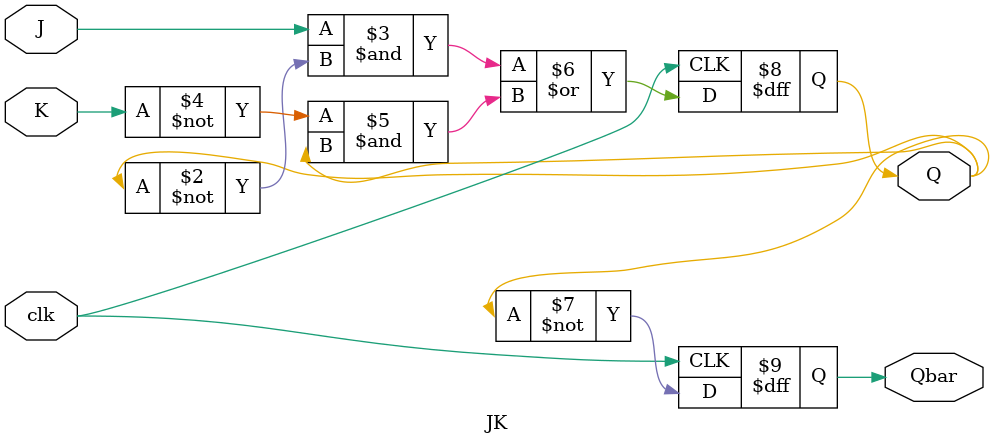
<source format=v>
`timescale 1ns / 1ps


module JK(
    input J,K,clk,
    output reg Q,Qbar
    );
    
    always @(posedge clk)
    begin
        Q <= J & ~Q | ~K & Q;
        Qbar <= ~Q;
    end
endmodule


</source>
